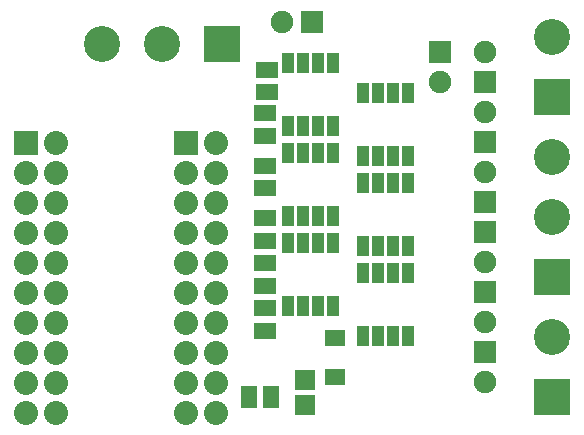
<source format=gts>
G04 (created by PCBNEW (2013-07-07 BZR 4022)-stable) date 11/10/2013 6:39:55 PM*
%MOIN*%
G04 Gerber Fmt 3.4, Leading zero omitted, Abs format*
%FSLAX34Y34*%
G01*
G70*
G90*
G04 APERTURE LIST*
%ADD10C,0.00590551*%
%ADD11R,0.04X0.065*%
%ADD12R,0.075X0.055*%
%ADD13R,0.08X0.08*%
%ADD14C,0.08*%
%ADD15R,0.12X0.12*%
%ADD16C,0.12*%
%ADD17R,0.07X0.058*%
%ADD18R,0.055X0.075*%
%ADD19R,0.0672X0.0672*%
%ADD20R,0.075X0.075*%
%ADD21C,0.075*%
G04 APERTURE END LIST*
G54D10*
G54D11*
X41675Y-54475D03*
X41675Y-52375D03*
X41175Y-54475D03*
X40675Y-54475D03*
X40175Y-54475D03*
X41175Y-52375D03*
X40675Y-52375D03*
X40175Y-52375D03*
X44175Y-58475D03*
X44175Y-56375D03*
X43675Y-58475D03*
X43175Y-58475D03*
X42675Y-58475D03*
X43675Y-56375D03*
X43175Y-56375D03*
X42675Y-56375D03*
X41675Y-57475D03*
X41675Y-55375D03*
X41175Y-57475D03*
X40675Y-57475D03*
X40175Y-57475D03*
X41175Y-55375D03*
X40675Y-55375D03*
X40175Y-55375D03*
X44175Y-55475D03*
X44175Y-53375D03*
X43675Y-55475D03*
X43175Y-55475D03*
X42675Y-55475D03*
X43675Y-53375D03*
X43175Y-53375D03*
X42675Y-53375D03*
X41675Y-51475D03*
X41675Y-49375D03*
X41175Y-51475D03*
X40675Y-51475D03*
X40175Y-51475D03*
X41175Y-49375D03*
X40675Y-49375D03*
X40175Y-49375D03*
X44175Y-52475D03*
X44175Y-50375D03*
X43675Y-52475D03*
X43175Y-52475D03*
X42675Y-52475D03*
X43675Y-50375D03*
X43175Y-50375D03*
X42675Y-50375D03*
G54D12*
X39425Y-58300D03*
X39425Y-57550D03*
X39425Y-56800D03*
X39425Y-56050D03*
X39425Y-53550D03*
X39425Y-52800D03*
X39425Y-55300D03*
X39425Y-54550D03*
X39475Y-50350D03*
X39475Y-49600D03*
X39425Y-51800D03*
X39425Y-51050D03*
G54D13*
X31450Y-52034D03*
G54D14*
X32450Y-52034D03*
X31450Y-53034D03*
X32450Y-53034D03*
X31450Y-54034D03*
X32450Y-54034D03*
X31450Y-55034D03*
X32450Y-55034D03*
X31450Y-56034D03*
X32450Y-56034D03*
X31450Y-57034D03*
X32450Y-57034D03*
X31450Y-58034D03*
X32450Y-58034D03*
X31450Y-59034D03*
X32450Y-59034D03*
X31450Y-60034D03*
X32450Y-60034D03*
X31450Y-61034D03*
X32450Y-61034D03*
G54D15*
X49000Y-56500D03*
G54D16*
X49000Y-54500D03*
X49000Y-52500D03*
G54D15*
X49000Y-60500D03*
G54D16*
X49000Y-58500D03*
G54D15*
X49000Y-50500D03*
G54D16*
X49000Y-48500D03*
G54D13*
X36800Y-52034D03*
G54D14*
X37800Y-52034D03*
X36800Y-53034D03*
X37800Y-53034D03*
X36800Y-54034D03*
X37800Y-54034D03*
X36800Y-55034D03*
X37800Y-55034D03*
X36800Y-56034D03*
X37800Y-56034D03*
X36800Y-57034D03*
X37800Y-57034D03*
X36800Y-58034D03*
X37800Y-58034D03*
X36800Y-59034D03*
X37800Y-59034D03*
X36800Y-60034D03*
X37800Y-60034D03*
X36800Y-61034D03*
X37800Y-61034D03*
G54D15*
X38000Y-48750D03*
G54D16*
X36000Y-48750D03*
X34000Y-48750D03*
G54D17*
X41740Y-59840D03*
X41740Y-58550D03*
G54D18*
X38875Y-60500D03*
X39625Y-60500D03*
G54D19*
X40750Y-60763D03*
X40750Y-59937D03*
G54D20*
X46750Y-50000D03*
G54D21*
X46750Y-49000D03*
G54D20*
X46750Y-52000D03*
G54D21*
X46750Y-51000D03*
G54D20*
X46750Y-54000D03*
G54D21*
X46750Y-53000D03*
G54D20*
X46750Y-55000D03*
G54D21*
X46750Y-56000D03*
G54D20*
X46750Y-57000D03*
G54D21*
X46750Y-58000D03*
G54D20*
X46750Y-59000D03*
G54D21*
X46750Y-60000D03*
G54D20*
X41000Y-48000D03*
G54D21*
X40000Y-48000D03*
G54D20*
X45250Y-49000D03*
G54D21*
X45250Y-50000D03*
M02*

</source>
